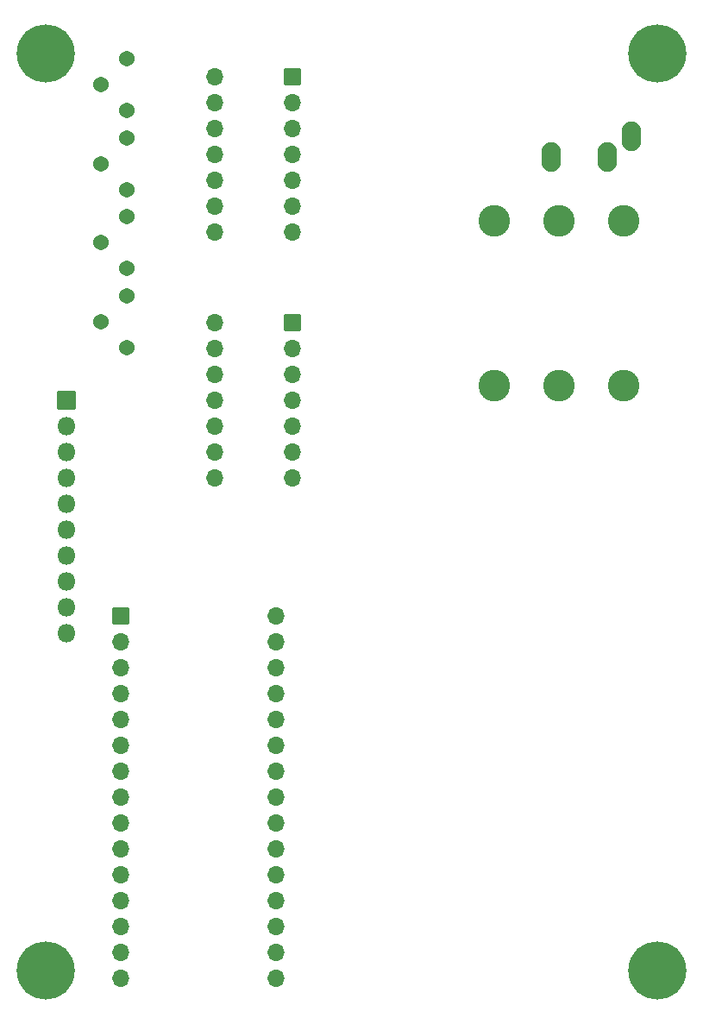
<source format=gbr>
%TF.GenerationSoftware,KiCad,Pcbnew,(6.0.4)*%
%TF.CreationDate,2023-07-24T12:51:13-04:00*%
%TF.ProjectId,BREAD_Slice,42524541-445f-4536-9c69-63652e6b6963,rev?*%
%TF.SameCoordinates,Original*%
%TF.FileFunction,Soldermask,Top*%
%TF.FilePolarity,Negative*%
%FSLAX46Y46*%
G04 Gerber Fmt 4.6, Leading zero omitted, Abs format (unit mm)*
G04 Created by KiCad (PCBNEW (6.0.4)) date 2023-07-24 12:51:13*
%MOMM*%
%LPD*%
G01*
G04 APERTURE LIST*
G04 Aperture macros list*
%AMRoundRect*
0 Rectangle with rounded corners*
0 $1 Rounding radius*
0 $2 $3 $4 $5 $6 $7 $8 $9 X,Y pos of 4 corners*
0 Add a 4 corners polygon primitive as box body*
4,1,4,$2,$3,$4,$5,$6,$7,$8,$9,$2,$3,0*
0 Add four circle primitives for the rounded corners*
1,1,$1+$1,$2,$3*
1,1,$1+$1,$4,$5*
1,1,$1+$1,$6,$7*
1,1,$1+$1,$8,$9*
0 Add four rect primitives between the rounded corners*
20,1,$1+$1,$2,$3,$4,$5,0*
20,1,$1+$1,$4,$5,$6,$7,0*
20,1,$1+$1,$6,$7,$8,$9,0*
20,1,$1+$1,$8,$9,$2,$3,0*%
G04 Aperture macros list end*
%ADD10C,5.700000*%
%ADD11RoundRect,0.050000X-0.800000X-0.800000X0.800000X-0.800000X0.800000X0.800000X-0.800000X0.800000X0*%
%ADD12O,1.700000X1.700000*%
%ADD13RoundRect,0.050000X-0.850000X-0.850000X0.850000X-0.850000X0.850000X0.850000X-0.850000X0.850000X0*%
%ADD14O,1.800000X1.800000*%
%ADD15C,3.100000*%
%ADD16C,1.540000*%
%ADD17O,1.900000X2.900000*%
%ADD18RoundRect,0.050000X0.800000X0.800000X-0.800000X0.800000X-0.800000X-0.800000X0.800000X-0.800000X0*%
G04 APERTURE END LIST*
D10*
%TO.C,H1*%
X127600000Y-44800000D03*
%TD*%
%TO.C,H2*%
X187600000Y-44800000D03*
%TD*%
%TO.C,H3*%
X127600000Y-134800000D03*
%TD*%
%TO.C,H4*%
X187600000Y-134800000D03*
%TD*%
D11*
%TO.C,A1*%
X135000000Y-100000000D03*
D12*
X135000000Y-102540000D03*
X135000000Y-105080000D03*
X135000000Y-107620000D03*
X135000000Y-110160000D03*
X135000000Y-112700000D03*
X135000000Y-115240000D03*
X135000000Y-117780000D03*
X135000000Y-120320000D03*
X135000000Y-122860000D03*
X135000000Y-125400000D03*
X135000000Y-127940000D03*
X135000000Y-130480000D03*
X135000000Y-133020000D03*
X135000000Y-135560000D03*
X150240000Y-135560000D03*
X150240000Y-133020000D03*
X150240000Y-130480000D03*
X150240000Y-127940000D03*
X150240000Y-125400000D03*
X150240000Y-122860000D03*
X150240000Y-120320000D03*
X150240000Y-117780000D03*
X150240000Y-115240000D03*
X150240000Y-112700000D03*
X150240000Y-110160000D03*
X150240000Y-107620000D03*
X150240000Y-105080000D03*
X150240000Y-102540000D03*
X150240000Y-100000000D03*
%TD*%
D13*
%TO.C,J1*%
X129600000Y-78800000D03*
D14*
X129600000Y-81340000D03*
X129600000Y-83880000D03*
X129600000Y-86420000D03*
X129600000Y-88960000D03*
X129600000Y-91500000D03*
X129600000Y-94040000D03*
X129600000Y-96580000D03*
X129600000Y-99120000D03*
X129600000Y-101660000D03*
%TD*%
D15*
%TO.C,J3*%
X177972000Y-61187000D03*
X177972000Y-77417000D03*
X184322000Y-61187000D03*
X184322000Y-77417000D03*
X171622000Y-61187000D03*
X171622000Y-77417000D03*
%TD*%
D16*
%TO.C,RV1*%
X135554000Y-50392000D03*
X133014000Y-47852000D03*
X135554000Y-45312000D03*
%TD*%
%TO.C,RV2*%
X135554000Y-58139000D03*
X133014000Y-55599000D03*
X135554000Y-53059000D03*
%TD*%
%TO.C,RV3*%
X135554000Y-65886000D03*
X133014000Y-63346000D03*
X135554000Y-60806000D03*
%TD*%
%TO.C,RV4*%
X135554000Y-73633000D03*
X133014000Y-71093000D03*
X135554000Y-68553000D03*
%TD*%
D17*
%TO.C,J2*%
X177184000Y-54932000D03*
X185084000Y-52932000D03*
X182684000Y-54932000D03*
%TD*%
D18*
%TO.C,U1*%
X151810000Y-47090000D03*
D12*
X151810000Y-49630000D03*
X151810000Y-52170000D03*
X151810000Y-54710000D03*
X151810000Y-57250000D03*
X151810000Y-59790000D03*
X151810000Y-62330000D03*
X144190000Y-62330000D03*
X144190000Y-59790000D03*
X144190000Y-57250000D03*
X144190000Y-54710000D03*
X144190000Y-52170000D03*
X144190000Y-49630000D03*
X144190000Y-47090000D03*
%TD*%
D18*
%TO.C,U2*%
X151810000Y-71220000D03*
D12*
X151810000Y-73760000D03*
X151810000Y-76300000D03*
X151810000Y-78840000D03*
X151810000Y-81380000D03*
X151810000Y-83920000D03*
X151810000Y-86460000D03*
X144190000Y-86460000D03*
X144190000Y-83920000D03*
X144190000Y-81380000D03*
X144190000Y-78840000D03*
X144190000Y-76300000D03*
X144190000Y-73760000D03*
X144190000Y-71220000D03*
%TD*%
M02*

</source>
